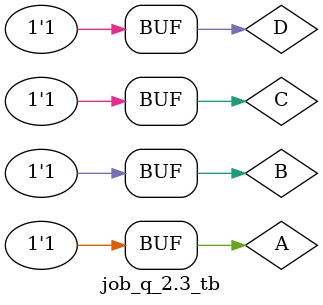
<source format=sv>

module job_q_2.3_tb;
reg A,B,C,D;
wire Y,Z;
job_q_2.3 dut(A,B,C,D,Y,Z);
initial 
begin
#20;A=0;B=0;C=0;D=0;
#10;A=0;B=0;C=0;D=1;
#10;A=0;B=0;C=1;D=0;
#10;A=0;B=0;C=1;D=1;
#10;A=0;B=1;C=0;D=0;
#10;A=0;B=1;C=0;D=1;
#10;A=0;B=1;C=1;D=0;
#10;A=0;B=1;C=1;D=1;
#10;A=1;B=0;C=0;D=0;
#10;A=1;B=0;C=0;D=1;
#10;A=1;B=0;C=1;D=0;
#10;A=1;B=0;C=1;D=1;
#10;A=1;B=1;C=0;D=0;
#10;A=1;B=1;C=0;D=1;
#10;A=1;B=1;C=1;D=0;
#10;A=1;B=1;C=1;D=1;
end
endmodule

</source>
